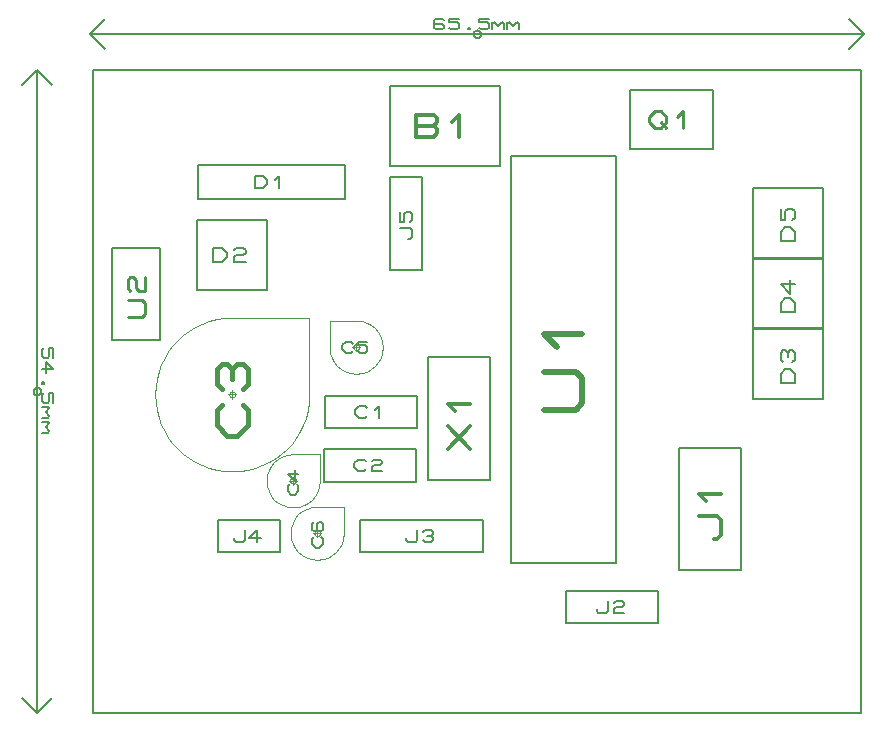
<source format=gbr>
G04 PROTEUS RS274X GERBER FILE*
%FSLAX45Y45*%
%MOMM*%
G01*
%ADD22C,0.203200*%
%ADD38C,0.240790*%
%ADD39C,0.050000*%
%ADD40C,0.435000*%
%ADD41C,0.151660*%
%ADD42C,0.172210*%
%ADD43C,0.164590*%
%ADD44C,0.197270*%
%ADD45C,0.533400*%
%ADD46C,0.316990*%
%ADD47C,0.235370*%
%ADD48C,0.309530*%
D22*
X+70569Y+50000D02*
X+6570569Y+50000D01*
X+6570569Y+5500000D01*
X+70569Y+5500000D01*
X+70569Y+50000D01*
X+236409Y+3208840D02*
X+637729Y+3208840D01*
X+637729Y+3991160D01*
X+236409Y+3991160D01*
X+236409Y+3208840D01*
D38*
X+364832Y+3407367D02*
X+485228Y+3407367D01*
X+509307Y+3431446D01*
X+509307Y+3527762D01*
X+485228Y+3551841D01*
X+364832Y+3551841D01*
X+388911Y+3624079D02*
X+364832Y+3648158D01*
X+364832Y+3720395D01*
X+388911Y+3744474D01*
X+412990Y+3744474D01*
X+437069Y+3720395D01*
X+437069Y+3648158D01*
X+461149Y+3624079D01*
X+509307Y+3624079D01*
X+509307Y+3744474D01*
D39*
X+1275569Y+2750000D02*
X+1275483Y+2752076D01*
X+1274781Y+2756229D01*
X+1273311Y+2760382D01*
X+1270909Y+2764535D01*
X+1267236Y+2768634D01*
X+1263083Y+2771643D01*
X+1258930Y+2773560D01*
X+1254777Y+2774643D01*
X+1250624Y+2775000D01*
X+1250569Y+2775000D01*
X+1225569Y+2750000D02*
X+1225655Y+2752076D01*
X+1226357Y+2756229D01*
X+1227827Y+2760382D01*
X+1230229Y+2764535D01*
X+1233902Y+2768634D01*
X+1238055Y+2771643D01*
X+1242208Y+2773560D01*
X+1246361Y+2774643D01*
X+1250514Y+2775000D01*
X+1250569Y+2775000D01*
X+1225569Y+2750000D02*
X+1225655Y+2747924D01*
X+1226357Y+2743771D01*
X+1227827Y+2739618D01*
X+1230229Y+2735465D01*
X+1233902Y+2731366D01*
X+1238055Y+2728357D01*
X+1242208Y+2726440D01*
X+1246361Y+2725357D01*
X+1250514Y+2725000D01*
X+1250569Y+2725000D01*
X+1275569Y+2750000D02*
X+1275483Y+2747924D01*
X+1274781Y+2743771D01*
X+1273311Y+2739618D01*
X+1270909Y+2735465D01*
X+1267236Y+2731366D01*
X+1263083Y+2728357D01*
X+1258930Y+2726440D01*
X+1254777Y+2725357D01*
X+1250624Y+2725000D01*
X+1250569Y+2725000D01*
X+1250569Y+2715000D02*
X+1250569Y+2785000D01*
X+1285569Y+2750000D02*
X+1215569Y+2750000D01*
X+1900569Y+3400000D02*
X+1250569Y+3400000D01*
X+1183016Y+3396717D01*
X+1117665Y+3387067D01*
X+1054813Y+3371346D01*
X+994758Y+3349854D01*
X+937798Y+3322886D01*
X+884230Y+3290741D01*
X+834351Y+3253716D01*
X+788460Y+3212109D01*
X+746853Y+3166218D01*
X+709828Y+3116339D01*
X+677683Y+3062771D01*
X+650716Y+3005811D01*
X+629223Y+2945756D01*
X+613502Y+2882904D01*
X+603852Y+2817553D01*
X+600569Y+2750000D01*
X+603852Y+2682447D01*
X+613502Y+2617096D01*
X+629223Y+2554244D01*
X+650716Y+2494189D01*
X+677683Y+2437229D01*
X+709828Y+2383661D01*
X+746853Y+2333782D01*
X+788460Y+2287891D01*
X+834351Y+2246284D01*
X+884230Y+2209259D01*
X+937798Y+2177114D01*
X+994758Y+2150146D01*
X+1054813Y+2128654D01*
X+1117665Y+2112933D01*
X+1183016Y+2103283D01*
X+1250569Y+2100000D01*
X+1318122Y+2103283D01*
X+1383473Y+2112933D01*
X+1446325Y+2128654D01*
X+1506380Y+2150146D01*
X+1563340Y+2177114D01*
X+1616908Y+2209259D01*
X+1666787Y+2246284D01*
X+1712678Y+2287891D01*
X+1754285Y+2333782D01*
X+1791310Y+2383661D01*
X+1823455Y+2437229D01*
X+1850422Y+2494189D01*
X+1871915Y+2554244D01*
X+1887636Y+2617096D01*
X+1897286Y+2682447D01*
X+1900569Y+2750000D01*
X+1900569Y+3400000D01*
D40*
X+1337569Y+2663000D02*
X+1381069Y+2619500D01*
X+1381069Y+2489000D01*
X+1294069Y+2402000D01*
X+1207069Y+2402000D01*
X+1120069Y+2489000D01*
X+1120069Y+2619500D01*
X+1163569Y+2663000D01*
X+1163569Y+2793500D02*
X+1120069Y+2837000D01*
X+1120069Y+2967500D01*
X+1163569Y+3011000D01*
X+1207069Y+3011000D01*
X+1250569Y+2967500D01*
X+1294069Y+3011000D01*
X+1337569Y+3011000D01*
X+1381069Y+2967500D01*
X+1381069Y+2837000D01*
X+1337569Y+2793500D01*
X+1250569Y+2880500D02*
X+1250569Y+2967500D01*
D39*
X+1790569Y+2020000D02*
X+1790483Y+2022076D01*
X+1789781Y+2026229D01*
X+1788311Y+2030382D01*
X+1785909Y+2034535D01*
X+1782236Y+2038634D01*
X+1778083Y+2041643D01*
X+1773930Y+2043560D01*
X+1769777Y+2044643D01*
X+1765624Y+2045000D01*
X+1765569Y+2045000D01*
X+1740569Y+2020000D02*
X+1740655Y+2022076D01*
X+1741357Y+2026229D01*
X+1742827Y+2030382D01*
X+1745229Y+2034535D01*
X+1748902Y+2038634D01*
X+1753055Y+2041643D01*
X+1757208Y+2043560D01*
X+1761361Y+2044643D01*
X+1765514Y+2045000D01*
X+1765569Y+2045000D01*
X+1740569Y+2020000D02*
X+1740655Y+2017924D01*
X+1741357Y+2013771D01*
X+1742827Y+2009618D01*
X+1745229Y+2005465D01*
X+1748902Y+2001366D01*
X+1753055Y+1998357D01*
X+1757208Y+1996440D01*
X+1761361Y+1995357D01*
X+1765514Y+1995000D01*
X+1765569Y+1995000D01*
X+1790569Y+2020000D02*
X+1790483Y+2017924D01*
X+1789781Y+2013771D01*
X+1788311Y+2009618D01*
X+1785909Y+2005465D01*
X+1782236Y+2001366D01*
X+1778083Y+1998357D01*
X+1773930Y+1996440D01*
X+1769777Y+1995357D01*
X+1765624Y+1995000D01*
X+1765569Y+1995000D01*
X+1765569Y+1985000D02*
X+1765569Y+2055000D01*
X+1800569Y+2020000D02*
X+1730569Y+2020000D01*
X+1990569Y+2245000D02*
X+1765569Y+2245000D01*
X+1719564Y+2240523D01*
X+1677019Y+2227642D01*
X+1638759Y+2207179D01*
X+1605608Y+2179961D01*
X+1578389Y+2146809D01*
X+1557927Y+2108550D01*
X+1545046Y+2066005D01*
X+1540569Y+2020000D01*
X+1545046Y+1973995D01*
X+1557927Y+1931450D01*
X+1578389Y+1893191D01*
X+1605608Y+1860039D01*
X+1638759Y+1832821D01*
X+1677019Y+1812358D01*
X+1719564Y+1799477D01*
X+1765569Y+1795000D01*
X+1811574Y+1799477D01*
X+1854119Y+1812358D01*
X+1892379Y+1832821D01*
X+1925530Y+1860039D01*
X+1952749Y+1893191D01*
X+1973211Y+1931450D01*
X+1986092Y+1973995D01*
X+1990569Y+2020000D01*
X+1990569Y+2245000D01*
D41*
X+1795903Y+1989667D02*
X+1811069Y+1974500D01*
X+1811069Y+1929001D01*
X+1780736Y+1898668D01*
X+1750403Y+1898668D01*
X+1720070Y+1929001D01*
X+1720070Y+1974500D01*
X+1735236Y+1989667D01*
X+1780736Y+2110999D02*
X+1780736Y+2020000D01*
X+1720070Y+2080666D01*
X+1811069Y+2080666D01*
D22*
X+956269Y+4407760D02*
X+2200869Y+4407760D01*
X+2200869Y+4694780D01*
X+956269Y+4694780D01*
X+956269Y+4407760D01*
D42*
X+1440800Y+4499606D02*
X+1440800Y+4602933D01*
X+1509684Y+4602933D01*
X+1544126Y+4568491D01*
X+1544126Y+4534048D01*
X+1509684Y+4499606D01*
X+1440800Y+4499606D01*
X+1613011Y+4568491D02*
X+1647453Y+4602933D01*
X+1647453Y+4499606D01*
D22*
X+1129409Y+1412840D02*
X+1657729Y+1412840D01*
X+1657729Y+1687160D01*
X+1129409Y+1687160D01*
X+1129409Y+1412840D01*
D43*
X+1261896Y+1533540D02*
X+1261896Y+1517081D01*
X+1278355Y+1500622D01*
X+1344191Y+1500622D01*
X+1360650Y+1517081D01*
X+1360650Y+1599377D01*
X+1492323Y+1533540D02*
X+1393569Y+1533540D01*
X+1459405Y+1599377D01*
X+1459405Y+1500622D01*
D22*
X+949909Y+3635840D02*
X+1541729Y+3635840D01*
X+1541729Y+4227660D01*
X+949909Y+4227660D01*
X+949909Y+3635840D01*
D44*
X+1088001Y+3872568D02*
X+1088001Y+3990932D01*
X+1166910Y+3990932D01*
X+1206364Y+3951477D01*
X+1206364Y+3912023D01*
X+1166910Y+3872568D01*
X+1088001Y+3872568D01*
X+1265546Y+3971205D02*
X+1285273Y+3990932D01*
X+1344455Y+3990932D01*
X+1364182Y+3971205D01*
X+1364182Y+3951477D01*
X+1344455Y+3931750D01*
X+1285273Y+3931750D01*
X+1265546Y+3912023D01*
X+1265546Y+3872568D01*
X+1364182Y+3872568D01*
D39*
X+2325569Y+3150000D02*
X+2325483Y+3152076D01*
X+2324781Y+3156229D01*
X+2323311Y+3160382D01*
X+2320909Y+3164535D01*
X+2317236Y+3168634D01*
X+2313083Y+3171643D01*
X+2308930Y+3173560D01*
X+2304777Y+3174643D01*
X+2300624Y+3175000D01*
X+2300569Y+3175000D01*
X+2275569Y+3150000D02*
X+2275655Y+3152076D01*
X+2276357Y+3156229D01*
X+2277827Y+3160382D01*
X+2280229Y+3164535D01*
X+2283902Y+3168634D01*
X+2288055Y+3171643D01*
X+2292208Y+3173560D01*
X+2296361Y+3174643D01*
X+2300514Y+3175000D01*
X+2300569Y+3175000D01*
X+2275569Y+3150000D02*
X+2275655Y+3147924D01*
X+2276357Y+3143771D01*
X+2277827Y+3139618D01*
X+2280229Y+3135465D01*
X+2283902Y+3131366D01*
X+2288055Y+3128357D01*
X+2292208Y+3126440D01*
X+2296361Y+3125357D01*
X+2300514Y+3125000D01*
X+2300569Y+3125000D01*
X+2325569Y+3150000D02*
X+2325483Y+3147924D01*
X+2324781Y+3143771D01*
X+2323311Y+3139618D01*
X+2320909Y+3135465D01*
X+2317236Y+3131366D01*
X+2313083Y+3128357D01*
X+2308930Y+3126440D01*
X+2304777Y+3125357D01*
X+2300624Y+3125000D01*
X+2300569Y+3125000D01*
X+2335569Y+3150000D02*
X+2265569Y+3150000D01*
X+2300569Y+3185000D02*
X+2300569Y+3115000D01*
X+2075569Y+3375000D02*
X+2075569Y+3150000D01*
X+2080046Y+3103995D01*
X+2092927Y+3061450D01*
X+2113389Y+3023191D01*
X+2140608Y+2990039D01*
X+2173759Y+2962821D01*
X+2212019Y+2942358D01*
X+2254564Y+2929477D01*
X+2300569Y+2925000D01*
X+2346574Y+2929477D01*
X+2389119Y+2942358D01*
X+2427379Y+2962821D01*
X+2460530Y+2990039D01*
X+2487749Y+3023191D01*
X+2508211Y+3061450D01*
X+2521092Y+3103995D01*
X+2525569Y+3150000D01*
X+2521092Y+3196005D01*
X+2508211Y+3238550D01*
X+2487749Y+3276809D01*
X+2460530Y+3309961D01*
X+2427379Y+3337179D01*
X+2389119Y+3357642D01*
X+2346574Y+3370523D01*
X+2300569Y+3375000D01*
X+2075569Y+3375000D01*
D41*
X+2270236Y+3119666D02*
X+2255069Y+3104500D01*
X+2209570Y+3104500D01*
X+2179237Y+3134833D01*
X+2179237Y+3165166D01*
X+2209570Y+3195499D01*
X+2255069Y+3195499D01*
X+2270236Y+3180333D01*
X+2391568Y+3195499D02*
X+2315735Y+3195499D01*
X+2315735Y+3165166D01*
X+2376401Y+3165166D01*
X+2391568Y+3150000D01*
X+2391568Y+3119666D01*
X+2376401Y+3104500D01*
X+2330902Y+3104500D01*
X+2315735Y+3119666D01*
D39*
X+1995569Y+1575000D02*
X+1995483Y+1577076D01*
X+1994781Y+1581229D01*
X+1993311Y+1585382D01*
X+1990909Y+1589535D01*
X+1987236Y+1593634D01*
X+1983083Y+1596643D01*
X+1978930Y+1598560D01*
X+1974777Y+1599643D01*
X+1970624Y+1600000D01*
X+1970569Y+1600000D01*
X+1945569Y+1575000D02*
X+1945655Y+1577076D01*
X+1946357Y+1581229D01*
X+1947827Y+1585382D01*
X+1950229Y+1589535D01*
X+1953902Y+1593634D01*
X+1958055Y+1596643D01*
X+1962208Y+1598560D01*
X+1966361Y+1599643D01*
X+1970514Y+1600000D01*
X+1970569Y+1600000D01*
X+1945569Y+1575000D02*
X+1945655Y+1572924D01*
X+1946357Y+1568771D01*
X+1947827Y+1564618D01*
X+1950229Y+1560465D01*
X+1953902Y+1556366D01*
X+1958055Y+1553357D01*
X+1962208Y+1551440D01*
X+1966361Y+1550357D01*
X+1970514Y+1550000D01*
X+1970569Y+1550000D01*
X+1995569Y+1575000D02*
X+1995483Y+1572924D01*
X+1994781Y+1568771D01*
X+1993311Y+1564618D01*
X+1990909Y+1560465D01*
X+1987236Y+1556366D01*
X+1983083Y+1553357D01*
X+1978930Y+1551440D01*
X+1974777Y+1550357D01*
X+1970624Y+1550000D01*
X+1970569Y+1550000D01*
X+1970569Y+1540000D02*
X+1970569Y+1610000D01*
X+2005569Y+1575000D02*
X+1935569Y+1575000D01*
X+2195569Y+1800000D02*
X+1970569Y+1800000D01*
X+1924564Y+1795523D01*
X+1882019Y+1782642D01*
X+1843759Y+1762179D01*
X+1810608Y+1734961D01*
X+1783389Y+1701809D01*
X+1762927Y+1663550D01*
X+1750046Y+1621005D01*
X+1745569Y+1575000D01*
X+1750046Y+1528995D01*
X+1762927Y+1486450D01*
X+1783389Y+1448191D01*
X+1810608Y+1415039D01*
X+1843759Y+1387821D01*
X+1882019Y+1367358D01*
X+1924564Y+1354477D01*
X+1970569Y+1350000D01*
X+2016574Y+1354477D01*
X+2059119Y+1367358D01*
X+2097379Y+1387821D01*
X+2130530Y+1415039D01*
X+2157749Y+1448191D01*
X+2178211Y+1486450D01*
X+2191092Y+1528995D01*
X+2195569Y+1575000D01*
X+2195569Y+1800000D01*
D41*
X+2000903Y+1544667D02*
X+2016069Y+1529500D01*
X+2016069Y+1484001D01*
X+1985736Y+1453668D01*
X+1955403Y+1453668D01*
X+1925070Y+1484001D01*
X+1925070Y+1529500D01*
X+1940236Y+1544667D01*
X+1940236Y+1665999D02*
X+1925070Y+1650832D01*
X+1925070Y+1605333D01*
X+1940236Y+1590166D01*
X+2000903Y+1590166D01*
X+2016069Y+1605333D01*
X+2016069Y+1650832D01*
X+2000903Y+1665999D01*
X+1985736Y+1665999D01*
X+1970569Y+1650832D01*
X+1970569Y+1590166D01*
D22*
X+3607069Y+1322340D02*
X+4496069Y+1322340D01*
X+4496069Y+4771660D01*
X+3607069Y+4771660D01*
X+3607069Y+1322340D01*
D45*
X+3891549Y+2620280D02*
X+4158249Y+2620280D01*
X+4211589Y+2673620D01*
X+4211589Y+2886980D01*
X+4158249Y+2940320D01*
X+3891549Y+2940320D01*
X+3998229Y+3153680D02*
X+3891549Y+3260360D01*
X+4211589Y+3260360D01*
D22*
X+2906409Y+2027840D02*
X+3434729Y+2027840D01*
X+3434729Y+3064160D01*
X+2906409Y+3064160D01*
X+2906409Y+2027840D01*
D46*
X+3075472Y+2292407D02*
X+3265667Y+2482601D01*
X+3265667Y+2292407D02*
X+3075472Y+2482601D01*
X+3138870Y+2609398D02*
X+3075472Y+2672796D01*
X+3265667Y+2672796D01*
D22*
X+2033409Y+2462840D02*
X+2815729Y+2462840D01*
X+2815729Y+2737160D01*
X+2033409Y+2737160D01*
X+2033409Y+2462840D01*
D43*
X+2391650Y+2567081D02*
X+2375191Y+2550622D01*
X+2325814Y+2550622D01*
X+2292896Y+2583540D01*
X+2292896Y+2616459D01*
X+2325814Y+2649377D01*
X+2375191Y+2649377D01*
X+2391650Y+2632918D01*
X+2457487Y+2616459D02*
X+2490405Y+2649377D01*
X+2490405Y+2550622D01*
D22*
X+2025409Y+2012840D02*
X+2807729Y+2012840D01*
X+2807729Y+2287160D01*
X+2025409Y+2287160D01*
X+2025409Y+2012840D01*
D43*
X+2383650Y+2117081D02*
X+2367191Y+2100622D01*
X+2317814Y+2100622D01*
X+2284896Y+2133540D01*
X+2284896Y+2166459D01*
X+2317814Y+2199377D01*
X+2367191Y+2199377D01*
X+2383650Y+2182918D01*
X+2433028Y+2182918D02*
X+2449487Y+2199377D01*
X+2498864Y+2199377D01*
X+2515323Y+2182918D01*
X+2515323Y+2166459D01*
X+2498864Y+2150000D01*
X+2449487Y+2150000D01*
X+2433028Y+2133540D01*
X+2433028Y+2100622D01*
X+2515323Y+2100622D01*
D22*
X+4617509Y+4824740D02*
X+5323629Y+4824740D01*
X+5323629Y+5327660D01*
X+4617509Y+5327660D01*
X+4617509Y+4824740D01*
D47*
X+4782271Y+5099737D02*
X+4829345Y+5146812D01*
X+4876420Y+5146812D01*
X+4923494Y+5099737D01*
X+4923494Y+5052663D01*
X+4876420Y+5005588D01*
X+4829345Y+5005588D01*
X+4782271Y+5052663D01*
X+4782271Y+5099737D01*
X+4876420Y+5052663D02*
X+4923494Y+5005588D01*
X+5017643Y+5099737D02*
X+5064718Y+5146812D01*
X+5064718Y+5005588D01*
D22*
X+5656409Y+2708840D02*
X+6248229Y+2708840D01*
X+6248229Y+3300660D01*
X+5656409Y+3300660D01*
X+5656409Y+2708840D01*
D44*
X+6011501Y+2846932D02*
X+5893137Y+2846932D01*
X+5893137Y+2925841D01*
X+5932592Y+2965295D01*
X+5972046Y+2965295D01*
X+6011501Y+2925841D01*
X+6011501Y+2846932D01*
X+5912864Y+3024477D02*
X+5893137Y+3044204D01*
X+5893137Y+3103386D01*
X+5912864Y+3123113D01*
X+5932592Y+3123113D01*
X+5952319Y+3103386D01*
X+5972046Y+3123113D01*
X+5991774Y+3123113D01*
X+6011501Y+3103386D01*
X+6011501Y+3044204D01*
X+5991774Y+3024477D01*
X+5952319Y+3063931D02*
X+5952319Y+3103386D01*
D22*
X+5656409Y+3308840D02*
X+6248229Y+3308840D01*
X+6248229Y+3900660D01*
X+5656409Y+3900660D01*
X+5656409Y+3308840D01*
D44*
X+6011501Y+3446932D02*
X+5893137Y+3446932D01*
X+5893137Y+3525841D01*
X+5932592Y+3565295D01*
X+5972046Y+3565295D01*
X+6011501Y+3525841D01*
X+6011501Y+3446932D01*
X+5972046Y+3723113D02*
X+5972046Y+3604750D01*
X+5893137Y+3683659D01*
X+6011501Y+3683659D01*
D22*
X+5656409Y+3908840D02*
X+6248229Y+3908840D01*
X+6248229Y+4500660D01*
X+5656409Y+4500660D01*
X+5656409Y+3908840D01*
D44*
X+6011501Y+4046932D02*
X+5893137Y+4046932D01*
X+5893137Y+4125841D01*
X+5932592Y+4165295D01*
X+5972046Y+4165295D01*
X+6011501Y+4125841D01*
X+6011501Y+4046932D01*
X+5893137Y+4323113D02*
X+5893137Y+4224477D01*
X+5932592Y+4224477D01*
X+5932592Y+4303386D01*
X+5952319Y+4323113D01*
X+5991774Y+4323113D01*
X+6011501Y+4303386D01*
X+6011501Y+4244204D01*
X+5991774Y+4224477D01*
D22*
X+5029409Y+1262840D02*
X+5557729Y+1262840D01*
X+5557729Y+2299160D01*
X+5029409Y+2299160D01*
X+5029409Y+1262840D01*
D46*
X+5325269Y+1527407D02*
X+5356968Y+1527407D01*
X+5388667Y+1559106D01*
X+5388667Y+1685902D01*
X+5356968Y+1717601D01*
X+5198472Y+1717601D01*
X+5261870Y+1844398D02*
X+5198472Y+1907796D01*
X+5388667Y+1907796D01*
D22*
X+2583409Y+3804840D02*
X+2857729Y+3804840D01*
X+2857729Y+4587160D01*
X+2583409Y+4587160D01*
X+2583409Y+3804840D01*
D43*
X+2737029Y+4064327D02*
X+2753488Y+4064327D01*
X+2769947Y+4080786D01*
X+2769947Y+4146622D01*
X+2753488Y+4163081D01*
X+2671192Y+4163081D01*
X+2671192Y+4294754D02*
X+2671192Y+4212459D01*
X+2704110Y+4212459D01*
X+2704110Y+4278295D01*
X+2720569Y+4294754D01*
X+2753488Y+4294754D01*
X+2769947Y+4278295D01*
X+2769947Y+4228918D01*
X+2753488Y+4212459D01*
D22*
X+2333409Y+1412840D02*
X+3369729Y+1412840D01*
X+3369729Y+1687160D01*
X+2333409Y+1687160D01*
X+2333409Y+1412840D01*
D43*
X+2719896Y+1533540D02*
X+2719896Y+1517081D01*
X+2736355Y+1500622D01*
X+2802191Y+1500622D01*
X+2818650Y+1517081D01*
X+2818650Y+1599377D01*
X+2868028Y+1582918D02*
X+2884487Y+1599377D01*
X+2933864Y+1599377D01*
X+2950323Y+1582918D01*
X+2950323Y+1566459D01*
X+2933864Y+1550000D01*
X+2950323Y+1533540D01*
X+2950323Y+1517081D01*
X+2933864Y+1500622D01*
X+2884487Y+1500622D01*
X+2868028Y+1517081D01*
X+2900946Y+1550000D02*
X+2933864Y+1550000D01*
D22*
X+4075409Y+812840D02*
X+4857729Y+812840D01*
X+4857729Y+1087160D01*
X+4075409Y+1087160D01*
X+4075409Y+812840D01*
D43*
X+4334896Y+933540D02*
X+4334896Y+917081D01*
X+4351355Y+900622D01*
X+4417191Y+900622D01*
X+4433650Y+917081D01*
X+4433650Y+999377D01*
X+4483028Y+982918D02*
X+4499487Y+999377D01*
X+4548864Y+999377D01*
X+4565323Y+982918D01*
X+4565323Y+966459D01*
X+4548864Y+950000D01*
X+4499487Y+950000D01*
X+4483028Y+933540D01*
X+4483028Y+900622D01*
X+4565323Y+900622D01*
D22*
X+2585700Y+4685700D02*
X+3514300Y+4685700D01*
X+3514300Y+5364300D01*
X+2585700Y+5364300D01*
X+2585700Y+4685700D01*
D48*
X+2802374Y+4932140D02*
X+2802374Y+5117860D01*
X+2957140Y+5117860D01*
X+2988093Y+5086907D01*
X+2988093Y+5055953D01*
X+2957140Y+5025000D01*
X+2988093Y+4994047D01*
X+2988093Y+4963093D01*
X+2957140Y+4932140D01*
X+2802374Y+4932140D01*
X+2802374Y+5025000D02*
X+2957140Y+5025000D01*
X+3111906Y+5055953D02*
X+3173813Y+5117860D01*
X+3173813Y+4932140D01*
D22*
X+50000Y+5800000D02*
X+6600000Y+5800000D01*
X+50000Y+5800000D02*
X+177000Y+5673000D01*
X+50000Y+5800000D02*
X+177000Y+5927000D01*
X+6600000Y+5800000D02*
X+6473000Y+5927000D01*
X+6600000Y+5800000D02*
X+6473000Y+5673000D01*
X+3356750Y+5800000D02*
X+3356641Y+5802634D01*
X+3355751Y+5807903D01*
X+3353889Y+5813172D01*
X+3350846Y+5818441D01*
X+3346191Y+5823643D01*
X+3340922Y+5827469D01*
X+3335653Y+5829909D01*
X+3330384Y+5831290D01*
X+3325115Y+5831750D01*
X+3325000Y+5831750D01*
X+3293250Y+5800000D02*
X+3293359Y+5802634D01*
X+3294249Y+5807903D01*
X+3296111Y+5813172D01*
X+3299154Y+5818441D01*
X+3303809Y+5823643D01*
X+3309078Y+5827469D01*
X+3314347Y+5829909D01*
X+3319616Y+5831290D01*
X+3324885Y+5831750D01*
X+3325000Y+5831750D01*
X+3293250Y+5800000D02*
X+3293359Y+5797366D01*
X+3294249Y+5792097D01*
X+3296111Y+5786828D01*
X+3299154Y+5781559D01*
X+3303809Y+5776357D01*
X+3309078Y+5772531D01*
X+3314347Y+5770091D01*
X+3319616Y+5768710D01*
X+3324885Y+5768250D01*
X+3325000Y+5768250D01*
X+3356750Y+5800000D02*
X+3356641Y+5797366D01*
X+3355751Y+5792097D01*
X+3353889Y+5786828D01*
X+3350846Y+5781559D01*
X+3346191Y+5776357D01*
X+3340922Y+5772531D01*
X+3335653Y+5770091D01*
X+3330384Y+5768710D01*
X+3325115Y+5768250D01*
X+3325000Y+5768250D01*
X+3039250Y+5916840D02*
X+3023375Y+5932080D01*
X+2975750Y+5932080D01*
X+2959875Y+5916840D01*
X+2959875Y+5855880D01*
X+2975750Y+5840640D01*
X+3023375Y+5840640D01*
X+3039250Y+5855880D01*
X+3039250Y+5871120D01*
X+3023375Y+5886360D01*
X+2959875Y+5886360D01*
X+3166250Y+5932080D02*
X+3086875Y+5932080D01*
X+3086875Y+5901600D01*
X+3150375Y+5901600D01*
X+3166250Y+5886360D01*
X+3166250Y+5855880D01*
X+3150375Y+5840640D01*
X+3102750Y+5840640D01*
X+3086875Y+5855880D01*
X+3245625Y+5855880D02*
X+3261500Y+5855880D01*
X+3261500Y+5840640D01*
X+3245625Y+5840640D01*
X+3245625Y+5855880D01*
X+3420250Y+5932080D02*
X+3340875Y+5932080D01*
X+3340875Y+5901600D01*
X+3404375Y+5901600D01*
X+3420250Y+5886360D01*
X+3420250Y+5855880D01*
X+3404375Y+5840640D01*
X+3356750Y+5840640D01*
X+3340875Y+5855880D01*
X+3452000Y+5840640D02*
X+3452000Y+5901600D01*
X+3452000Y+5886360D02*
X+3467875Y+5901600D01*
X+3499625Y+5871120D01*
X+3531375Y+5901600D01*
X+3547250Y+5886360D01*
X+3547250Y+5840640D01*
X+3579000Y+5840640D02*
X+3579000Y+5901600D01*
X+3579000Y+5886360D02*
X+3594875Y+5901600D01*
X+3626625Y+5871120D01*
X+3658375Y+5901600D01*
X+3674250Y+5886360D01*
X+3674250Y+5840640D01*
X-400000Y+5500000D02*
X-400000Y+50000D01*
X-400000Y+5500000D02*
X-527000Y+5373000D01*
X-400000Y+5500000D02*
X-273000Y+5373000D01*
X-400000Y+50000D02*
X-273000Y+177000D01*
X-400000Y+50000D02*
X-527000Y+177000D01*
X-368250Y+2775000D02*
X-368359Y+2777634D01*
X-369249Y+2782903D01*
X-371111Y+2788172D01*
X-374154Y+2793441D01*
X-378809Y+2798643D01*
X-384078Y+2802469D01*
X-389347Y+2804909D01*
X-394616Y+2806290D01*
X-399885Y+2806750D01*
X-400000Y+2806750D01*
X-431750Y+2775000D02*
X-431641Y+2777634D01*
X-430751Y+2782903D01*
X-428889Y+2788172D01*
X-425846Y+2793441D01*
X-421191Y+2798643D01*
X-415922Y+2802469D01*
X-410653Y+2804909D01*
X-405384Y+2806290D01*
X-400115Y+2806750D01*
X-400000Y+2806750D01*
X-431750Y+2775000D02*
X-431641Y+2772366D01*
X-430751Y+2767097D01*
X-428889Y+2761828D01*
X-425846Y+2756559D01*
X-421191Y+2751357D01*
X-415922Y+2747531D01*
X-410653Y+2745091D01*
X-405384Y+2743710D01*
X-400115Y+2743250D01*
X-400000Y+2743250D01*
X-368250Y+2775000D02*
X-368359Y+2772366D01*
X-369249Y+2767097D01*
X-371111Y+2761828D01*
X-374154Y+2756559D01*
X-378809Y+2751357D01*
X-384078Y+2747531D01*
X-389347Y+2745091D01*
X-394616Y+2743710D01*
X-399885Y+2743250D01*
X-400000Y+2743250D01*
X-267920Y+3060750D02*
X-267920Y+3140125D01*
X-298400Y+3140125D01*
X-298400Y+3076625D01*
X-313640Y+3060750D01*
X-344120Y+3060750D01*
X-359360Y+3076625D01*
X-359360Y+3124250D01*
X-344120Y+3140125D01*
X-328880Y+2933750D02*
X-328880Y+3029000D01*
X-267920Y+2965500D01*
X-359360Y+2965500D01*
X-344120Y+2854375D02*
X-344120Y+2838500D01*
X-359360Y+2838500D01*
X-359360Y+2854375D01*
X-344120Y+2854375D01*
X-267920Y+2679750D02*
X-267920Y+2759125D01*
X-298400Y+2759125D01*
X-298400Y+2695625D01*
X-313640Y+2679750D01*
X-344120Y+2679750D01*
X-359360Y+2695625D01*
X-359360Y+2743250D01*
X-344120Y+2759125D01*
X-359360Y+2648000D02*
X-298400Y+2648000D01*
X-313640Y+2648000D02*
X-298400Y+2632125D01*
X-328880Y+2600375D01*
X-298400Y+2568625D01*
X-313640Y+2552750D01*
X-359360Y+2552750D01*
X-359360Y+2521000D02*
X-298400Y+2521000D01*
X-313640Y+2521000D02*
X-298400Y+2505125D01*
X-328880Y+2473375D01*
X-298400Y+2441625D01*
X-313640Y+2425750D01*
X-359360Y+2425750D01*
M02*

</source>
